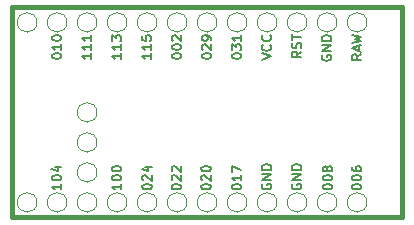
<source format=gbr>
G04 #@! TF.GenerationSoftware,KiCad,Pcbnew,(5.1.4-0)*
G04 #@! TF.CreationDate,2022-08-11T17:04:41-05:00*
G04 #@! TF.ProjectId,keyboard,6b657962-6f61-4726-942e-6b696361645f,rev?*
G04 #@! TF.SameCoordinates,Original*
G04 #@! TF.FileFunction,Legend,Top*
G04 #@! TF.FilePolarity,Positive*
%FSLAX46Y46*%
G04 Gerber Fmt 4.6, Leading zero omitted, Abs format (unit mm)*
G04 Created by KiCad (PCBNEW (5.1.4-0)) date 2022-08-11 17:04:41*
%MOMM*%
%LPD*%
G04 APERTURE LIST*
%ADD10C,0.381000*%
%ADD11C,0.100000*%
%ADD12C,0.150000*%
G04 APERTURE END LIST*
D10*
X161448750Y-19685000D02*
X161448750Y-37465000D01*
X161448750Y-37465000D02*
X128428750Y-37465000D01*
X128428750Y-37465000D02*
X128428750Y-19685000D01*
X128428750Y-19685000D02*
X161448750Y-19685000D01*
D11*
X158465050Y-36195000D02*
G75*
G03X158465050Y-36195000I-826300J0D01*
G01*
X155925050Y-36195000D02*
G75*
G03X155925050Y-36195000I-826300J0D01*
G01*
X153385050Y-36195000D02*
G75*
G03X153385050Y-36195000I-826300J0D01*
G01*
X150845050Y-36195000D02*
G75*
G03X150845050Y-36195000I-826300J0D01*
G01*
X148305050Y-36195000D02*
G75*
G03X148305050Y-36195000I-826300J0D01*
G01*
X145765050Y-36195000D02*
G75*
G03X145765050Y-36195000I-826300J0D01*
G01*
X143225050Y-36195000D02*
G75*
G03X143225050Y-36195000I-826300J0D01*
G01*
X140685050Y-36195000D02*
G75*
G03X140685050Y-36195000I-826300J0D01*
G01*
X138145050Y-36195000D02*
G75*
G03X138145050Y-36195000I-826300J0D01*
G01*
X135605050Y-36195000D02*
G75*
G03X135605050Y-36195000I-826300J0D01*
G01*
X133065050Y-36195000D02*
G75*
G03X133065050Y-36195000I-826300J0D01*
G01*
X130525050Y-20955000D02*
G75*
G03X130525050Y-20955000I-826300J0D01*
G01*
X133065050Y-20955000D02*
G75*
G03X133065050Y-20955000I-826300J0D01*
G01*
X135605050Y-20955000D02*
G75*
G03X135605050Y-20955000I-826300J0D01*
G01*
X138145050Y-20955000D02*
G75*
G03X138145050Y-20955000I-826300J0D01*
G01*
X140685050Y-20955000D02*
G75*
G03X140685050Y-20955000I-826300J0D01*
G01*
X143225050Y-20955000D02*
G75*
G03X143225050Y-20955000I-826300J0D01*
G01*
X145765050Y-20955000D02*
G75*
G03X145765050Y-20955000I-826300J0D01*
G01*
X148305050Y-20955000D02*
G75*
G03X148305050Y-20955000I-826300J0D01*
G01*
X150845050Y-20955000D02*
G75*
G03X150845050Y-20955000I-826300J0D01*
G01*
X153385050Y-20955000D02*
G75*
G03X153385050Y-20955000I-826300J0D01*
G01*
X155925050Y-20955000D02*
G75*
G03X155925050Y-20955000I-826300J0D01*
G01*
X130525050Y-36195000D02*
G75*
G03X130525050Y-36195000I-826300J0D01*
G01*
X158465050Y-20955000D02*
G75*
G03X158465050Y-20955000I-826300J0D01*
G01*
X135605050Y-33655000D02*
G75*
G03X135605050Y-33655000I-826300J0D01*
G01*
X135605050Y-31115000D02*
G75*
G03X135605050Y-31115000I-826300J0D01*
G01*
X135605050Y-28575000D02*
G75*
G03X135605050Y-28575000I-826300J0D01*
G01*
D12*
X154730654Y-34912190D02*
X154730654Y-34835999D01*
X154768750Y-34759809D01*
X154806845Y-34721713D01*
X154883035Y-34683618D01*
X155035416Y-34645523D01*
X155225892Y-34645523D01*
X155378273Y-34683618D01*
X155454464Y-34721713D01*
X155492559Y-34759809D01*
X155530654Y-34835999D01*
X155530654Y-34912190D01*
X155492559Y-34988380D01*
X155454464Y-35026475D01*
X155378273Y-35064570D01*
X155225892Y-35102666D01*
X155035416Y-35102666D01*
X154883035Y-35064570D01*
X154806845Y-35026475D01*
X154768750Y-34988380D01*
X154730654Y-34912190D01*
X154730654Y-34150285D02*
X154730654Y-34074094D01*
X154768750Y-33997904D01*
X154806845Y-33959809D01*
X154883035Y-33921713D01*
X155035416Y-33883618D01*
X155225892Y-33883618D01*
X155378273Y-33921713D01*
X155454464Y-33959809D01*
X155492559Y-33997904D01*
X155530654Y-34074094D01*
X155530654Y-34150285D01*
X155492559Y-34226475D01*
X155454464Y-34264570D01*
X155378273Y-34302666D01*
X155225892Y-34340761D01*
X155035416Y-34340761D01*
X154883035Y-34302666D01*
X154806845Y-34264570D01*
X154768750Y-34226475D01*
X154730654Y-34150285D01*
X155073511Y-33426475D02*
X155035416Y-33502666D01*
X154997321Y-33540761D01*
X154921130Y-33578856D01*
X154883035Y-33578856D01*
X154806845Y-33540761D01*
X154768750Y-33502666D01*
X154730654Y-33426475D01*
X154730654Y-33274094D01*
X154768750Y-33197904D01*
X154806845Y-33159809D01*
X154883035Y-33121713D01*
X154921130Y-33121713D01*
X154997321Y-33159809D01*
X155035416Y-33197904D01*
X155073511Y-33274094D01*
X155073511Y-33426475D01*
X155111607Y-33502666D01*
X155149702Y-33540761D01*
X155225892Y-33578856D01*
X155378273Y-33578856D01*
X155454464Y-33540761D01*
X155492559Y-33502666D01*
X155530654Y-33426475D01*
X155530654Y-33274094D01*
X155492559Y-33197904D01*
X155454464Y-33159809D01*
X155378273Y-33121713D01*
X155225892Y-33121713D01*
X155149702Y-33159809D01*
X155111607Y-33197904D01*
X155073511Y-33274094D01*
X144430654Y-34912190D02*
X144430654Y-34835999D01*
X144468750Y-34759809D01*
X144506845Y-34721713D01*
X144583035Y-34683618D01*
X144735416Y-34645523D01*
X144925892Y-34645523D01*
X145078273Y-34683618D01*
X145154464Y-34721713D01*
X145192559Y-34759809D01*
X145230654Y-34835999D01*
X145230654Y-34912190D01*
X145192559Y-34988380D01*
X145154464Y-35026475D01*
X145078273Y-35064570D01*
X144925892Y-35102666D01*
X144735416Y-35102666D01*
X144583035Y-35064570D01*
X144506845Y-35026475D01*
X144468750Y-34988380D01*
X144430654Y-34912190D01*
X144506845Y-34340761D02*
X144468750Y-34302666D01*
X144430654Y-34226475D01*
X144430654Y-34035999D01*
X144468750Y-33959809D01*
X144506845Y-33921713D01*
X144583035Y-33883618D01*
X144659226Y-33883618D01*
X144773511Y-33921713D01*
X145230654Y-34378856D01*
X145230654Y-33883618D01*
X144430654Y-33388380D02*
X144430654Y-33312190D01*
X144468750Y-33235999D01*
X144506845Y-33197904D01*
X144583035Y-33159809D01*
X144735416Y-33121713D01*
X144925892Y-33121713D01*
X145078273Y-33159809D01*
X145154464Y-33197904D01*
X145192559Y-33235999D01*
X145230654Y-33312190D01*
X145230654Y-33388380D01*
X145192559Y-33464570D01*
X145154464Y-33502666D01*
X145078273Y-33540761D01*
X144925892Y-33578856D01*
X144735416Y-33578856D01*
X144583035Y-33540761D01*
X144506845Y-33502666D01*
X144468750Y-33464570D01*
X144430654Y-33388380D01*
X147040654Y-34912190D02*
X147040654Y-34835999D01*
X147078750Y-34759809D01*
X147116845Y-34721713D01*
X147193035Y-34683618D01*
X147345416Y-34645523D01*
X147535892Y-34645523D01*
X147688273Y-34683618D01*
X147764464Y-34721713D01*
X147802559Y-34759809D01*
X147840654Y-34835999D01*
X147840654Y-34912190D01*
X147802559Y-34988380D01*
X147764464Y-35026475D01*
X147688273Y-35064570D01*
X147535892Y-35102666D01*
X147345416Y-35102666D01*
X147193035Y-35064570D01*
X147116845Y-35026475D01*
X147078750Y-34988380D01*
X147040654Y-34912190D01*
X147840654Y-33883618D02*
X147840654Y-34340761D01*
X147840654Y-34112190D02*
X147040654Y-34112190D01*
X147154940Y-34188380D01*
X147231130Y-34264570D01*
X147269226Y-34340761D01*
X147040654Y-33616951D02*
X147040654Y-33083618D01*
X147840654Y-33426475D01*
X149618750Y-34645523D02*
X149580654Y-34721714D01*
X149580654Y-34836000D01*
X149618750Y-34950285D01*
X149694940Y-35026476D01*
X149771130Y-35064571D01*
X149923511Y-35102666D01*
X150037797Y-35102666D01*
X150190178Y-35064571D01*
X150266369Y-35026476D01*
X150342559Y-34950285D01*
X150380654Y-34836000D01*
X150380654Y-34759809D01*
X150342559Y-34645523D01*
X150304464Y-34607428D01*
X150037797Y-34607428D01*
X150037797Y-34759809D01*
X150380654Y-34264571D02*
X149580654Y-34264571D01*
X150380654Y-33807428D01*
X149580654Y-33807428D01*
X150380654Y-33426476D02*
X149580654Y-33426476D01*
X149580654Y-33236000D01*
X149618750Y-33121714D01*
X149694940Y-33045523D01*
X149771130Y-33007428D01*
X149923511Y-32969333D01*
X150037797Y-32969333D01*
X150190178Y-33007428D01*
X150266369Y-33045523D01*
X150342559Y-33121714D01*
X150380654Y-33236000D01*
X150380654Y-33426476D01*
X152158750Y-34645523D02*
X152120654Y-34721714D01*
X152120654Y-34836000D01*
X152158750Y-34950285D01*
X152234940Y-35026476D01*
X152311130Y-35064571D01*
X152463511Y-35102666D01*
X152577797Y-35102666D01*
X152730178Y-35064571D01*
X152806369Y-35026476D01*
X152882559Y-34950285D01*
X152920654Y-34836000D01*
X152920654Y-34759809D01*
X152882559Y-34645523D01*
X152844464Y-34607428D01*
X152577797Y-34607428D01*
X152577797Y-34759809D01*
X152920654Y-34264571D02*
X152120654Y-34264571D01*
X152920654Y-33807428D01*
X152120654Y-33807428D01*
X152920654Y-33426476D02*
X152120654Y-33426476D01*
X152120654Y-33236000D01*
X152158750Y-33121714D01*
X152234940Y-33045523D01*
X152311130Y-33007428D01*
X152463511Y-32969333D01*
X152577797Y-32969333D01*
X152730178Y-33007428D01*
X152806369Y-33045523D01*
X152882559Y-33121714D01*
X152920654Y-33236000D01*
X152920654Y-33426476D01*
X141930654Y-34912190D02*
X141930654Y-34835999D01*
X141968750Y-34759809D01*
X142006845Y-34721713D01*
X142083035Y-34683618D01*
X142235416Y-34645523D01*
X142425892Y-34645523D01*
X142578273Y-34683618D01*
X142654464Y-34721713D01*
X142692559Y-34759809D01*
X142730654Y-34835999D01*
X142730654Y-34912190D01*
X142692559Y-34988380D01*
X142654464Y-35026475D01*
X142578273Y-35064570D01*
X142425892Y-35102666D01*
X142235416Y-35102666D01*
X142083035Y-35064570D01*
X142006845Y-35026475D01*
X141968750Y-34988380D01*
X141930654Y-34912190D01*
X142006845Y-34340761D02*
X141968750Y-34302666D01*
X141930654Y-34226475D01*
X141930654Y-34035999D01*
X141968750Y-33959809D01*
X142006845Y-33921713D01*
X142083035Y-33883618D01*
X142159226Y-33883618D01*
X142273511Y-33921713D01*
X142730654Y-34378856D01*
X142730654Y-33883618D01*
X142006845Y-33578856D02*
X141968750Y-33540761D01*
X141930654Y-33464570D01*
X141930654Y-33274094D01*
X141968750Y-33197904D01*
X142006845Y-33159809D01*
X142083035Y-33121713D01*
X142159226Y-33121713D01*
X142273511Y-33159809D01*
X142730654Y-33616951D01*
X142730654Y-33121713D01*
X139430654Y-34912190D02*
X139430654Y-34835999D01*
X139468750Y-34759809D01*
X139506845Y-34721713D01*
X139583035Y-34683618D01*
X139735416Y-34645523D01*
X139925892Y-34645523D01*
X140078273Y-34683618D01*
X140154464Y-34721713D01*
X140192559Y-34759809D01*
X140230654Y-34835999D01*
X140230654Y-34912190D01*
X140192559Y-34988380D01*
X140154464Y-35026475D01*
X140078273Y-35064570D01*
X139925892Y-35102666D01*
X139735416Y-35102666D01*
X139583035Y-35064570D01*
X139506845Y-35026475D01*
X139468750Y-34988380D01*
X139430654Y-34912190D01*
X139506845Y-34340761D02*
X139468750Y-34302666D01*
X139430654Y-34226475D01*
X139430654Y-34035999D01*
X139468750Y-33959809D01*
X139506845Y-33921713D01*
X139583035Y-33883618D01*
X139659226Y-33883618D01*
X139773511Y-33921713D01*
X140230654Y-34378856D01*
X140230654Y-33883618D01*
X139697321Y-33197904D02*
X140230654Y-33197904D01*
X139392559Y-33388380D02*
X139963988Y-33578856D01*
X139963988Y-33083618D01*
X137680654Y-34645523D02*
X137680654Y-35102666D01*
X137680654Y-34874094D02*
X136880654Y-34874094D01*
X136994940Y-34950285D01*
X137071130Y-35026475D01*
X137109226Y-35102666D01*
X136880654Y-34150285D02*
X136880654Y-34074094D01*
X136918750Y-33997904D01*
X136956845Y-33959809D01*
X137033035Y-33921713D01*
X137185416Y-33883618D01*
X137375892Y-33883618D01*
X137528273Y-33921713D01*
X137604464Y-33959809D01*
X137642559Y-33997904D01*
X137680654Y-34074094D01*
X137680654Y-34150285D01*
X137642559Y-34226475D01*
X137604464Y-34264570D01*
X137528273Y-34302666D01*
X137375892Y-34340761D01*
X137185416Y-34340761D01*
X137033035Y-34302666D01*
X136956845Y-34264570D01*
X136918750Y-34226475D01*
X136880654Y-34150285D01*
X136880654Y-33388380D02*
X136880654Y-33312190D01*
X136918750Y-33235999D01*
X136956845Y-33197904D01*
X137033035Y-33159809D01*
X137185416Y-33121713D01*
X137375892Y-33121713D01*
X137528273Y-33159809D01*
X137604464Y-33197904D01*
X137642559Y-33235999D01*
X137680654Y-33312190D01*
X137680654Y-33388380D01*
X137642559Y-33464570D01*
X137604464Y-33502666D01*
X137528273Y-33540761D01*
X137375892Y-33578856D01*
X137185416Y-33578856D01*
X137033035Y-33540761D01*
X136956845Y-33502666D01*
X136918750Y-33464570D01*
X136880654Y-33388380D01*
X132600654Y-34645523D02*
X132600654Y-35102666D01*
X132600654Y-34874094D02*
X131800654Y-34874094D01*
X131914940Y-34950285D01*
X131991130Y-35026475D01*
X132029226Y-35102666D01*
X131800654Y-34150285D02*
X131800654Y-34074094D01*
X131838750Y-33997904D01*
X131876845Y-33959809D01*
X131953035Y-33921713D01*
X132105416Y-33883618D01*
X132295892Y-33883618D01*
X132448273Y-33921713D01*
X132524464Y-33959809D01*
X132562559Y-33997904D01*
X132600654Y-34074094D01*
X132600654Y-34150285D01*
X132562559Y-34226475D01*
X132524464Y-34264570D01*
X132448273Y-34302666D01*
X132295892Y-34340761D01*
X132105416Y-34340761D01*
X131953035Y-34302666D01*
X131876845Y-34264570D01*
X131838750Y-34226475D01*
X131800654Y-34150285D01*
X132067321Y-33197904D02*
X132600654Y-33197904D01*
X131762559Y-33388380D02*
X132333988Y-33578856D01*
X132333988Y-33083618D01*
X135140654Y-23571142D02*
X135140654Y-24028285D01*
X135140654Y-23799713D02*
X134340654Y-23799713D01*
X134454940Y-23875904D01*
X134531130Y-23952094D01*
X134569226Y-24028285D01*
X135140654Y-22809237D02*
X135140654Y-23266380D01*
X135140654Y-23037809D02*
X134340654Y-23037809D01*
X134454940Y-23113999D01*
X134531130Y-23190189D01*
X134569226Y-23266380D01*
X135140654Y-22047332D02*
X135140654Y-22504475D01*
X135140654Y-22275904D02*
X134340654Y-22275904D01*
X134454940Y-22352094D01*
X134531130Y-22428285D01*
X134569226Y-22504475D01*
X137680654Y-23571142D02*
X137680654Y-24028285D01*
X137680654Y-23799713D02*
X136880654Y-23799713D01*
X136994940Y-23875904D01*
X137071130Y-23952094D01*
X137109226Y-24028285D01*
X137680654Y-22809237D02*
X137680654Y-23266380D01*
X137680654Y-23037809D02*
X136880654Y-23037809D01*
X136994940Y-23113999D01*
X137071130Y-23190189D01*
X137109226Y-23266380D01*
X136880654Y-22542570D02*
X136880654Y-22047332D01*
X137185416Y-22313999D01*
X137185416Y-22199713D01*
X137223511Y-22123523D01*
X137261607Y-22085428D01*
X137337797Y-22047332D01*
X137528273Y-22047332D01*
X137604464Y-22085428D01*
X137642559Y-22123523D01*
X137680654Y-22199713D01*
X137680654Y-22428285D01*
X137642559Y-22504475D01*
X137604464Y-22542570D01*
X147040654Y-23837809D02*
X147040654Y-23761618D01*
X147078750Y-23685428D01*
X147116845Y-23647332D01*
X147193035Y-23609237D01*
X147345416Y-23571142D01*
X147535892Y-23571142D01*
X147688273Y-23609237D01*
X147764464Y-23647332D01*
X147802559Y-23685428D01*
X147840654Y-23761618D01*
X147840654Y-23837809D01*
X147802559Y-23913999D01*
X147764464Y-23952094D01*
X147688273Y-23990189D01*
X147535892Y-24028285D01*
X147345416Y-24028285D01*
X147193035Y-23990189D01*
X147116845Y-23952094D01*
X147078750Y-23913999D01*
X147040654Y-23837809D01*
X147040654Y-23304475D02*
X147040654Y-22809237D01*
X147345416Y-23075904D01*
X147345416Y-22961618D01*
X147383511Y-22885428D01*
X147421607Y-22847332D01*
X147497797Y-22809237D01*
X147688273Y-22809237D01*
X147764464Y-22847332D01*
X147802559Y-22885428D01*
X147840654Y-22961618D01*
X147840654Y-23190189D01*
X147802559Y-23266380D01*
X147764464Y-23304475D01*
X147840654Y-22047332D02*
X147840654Y-22504475D01*
X147840654Y-22275904D02*
X147040654Y-22275904D01*
X147154940Y-22352094D01*
X147231130Y-22428285D01*
X147269226Y-22504475D01*
X149580654Y-24104475D02*
X150380654Y-23837809D01*
X149580654Y-23571142D01*
X150304464Y-22847332D02*
X150342559Y-22885428D01*
X150380654Y-22999713D01*
X150380654Y-23075904D01*
X150342559Y-23190189D01*
X150266369Y-23266380D01*
X150190178Y-23304475D01*
X150037797Y-23342570D01*
X149923511Y-23342570D01*
X149771130Y-23304475D01*
X149694940Y-23266380D01*
X149618750Y-23190189D01*
X149580654Y-23075904D01*
X149580654Y-22999713D01*
X149618750Y-22885428D01*
X149656845Y-22847332D01*
X150304464Y-22047332D02*
X150342559Y-22085428D01*
X150380654Y-22199713D01*
X150380654Y-22275904D01*
X150342559Y-22390189D01*
X150266369Y-22466380D01*
X150190178Y-22504475D01*
X150037797Y-22542570D01*
X149923511Y-22542570D01*
X149771130Y-22504475D01*
X149694940Y-22466380D01*
X149618750Y-22390189D01*
X149580654Y-22275904D01*
X149580654Y-22199713D01*
X149618750Y-22085428D01*
X149656845Y-22047332D01*
X154698750Y-23729856D02*
X154660654Y-23806047D01*
X154660654Y-23920333D01*
X154698750Y-24034618D01*
X154774940Y-24110809D01*
X154851130Y-24148904D01*
X155003511Y-24186999D01*
X155117797Y-24186999D01*
X155270178Y-24148904D01*
X155346369Y-24110809D01*
X155422559Y-24034618D01*
X155460654Y-23920333D01*
X155460654Y-23844142D01*
X155422559Y-23729856D01*
X155384464Y-23691761D01*
X155117797Y-23691761D01*
X155117797Y-23844142D01*
X155460654Y-23348904D02*
X154660654Y-23348904D01*
X155460654Y-22891761D01*
X154660654Y-22891761D01*
X155460654Y-22510809D02*
X154660654Y-22510809D01*
X154660654Y-22320333D01*
X154698750Y-22206047D01*
X154774940Y-22129856D01*
X154851130Y-22091761D01*
X155003511Y-22053666D01*
X155117797Y-22053666D01*
X155270178Y-22091761D01*
X155346369Y-22129856D01*
X155422559Y-22206047D01*
X155460654Y-22320333D01*
X155460654Y-22510809D01*
X158000654Y-23653665D02*
X157619702Y-23920332D01*
X158000654Y-24110808D02*
X157200654Y-24110808D01*
X157200654Y-23806046D01*
X157238750Y-23729856D01*
X157276845Y-23691761D01*
X157353035Y-23653665D01*
X157467321Y-23653665D01*
X157543511Y-23691761D01*
X157581607Y-23729856D01*
X157619702Y-23806046D01*
X157619702Y-24110808D01*
X157772083Y-23348904D02*
X157772083Y-22967951D01*
X158000654Y-23425094D02*
X157200654Y-23158427D01*
X158000654Y-22891761D01*
X157200654Y-22701285D02*
X158000654Y-22510808D01*
X157429226Y-22358427D01*
X158000654Y-22206046D01*
X157200654Y-22015570D01*
X144500654Y-23837809D02*
X144500654Y-23761618D01*
X144538750Y-23685428D01*
X144576845Y-23647332D01*
X144653035Y-23609237D01*
X144805416Y-23571142D01*
X144995892Y-23571142D01*
X145148273Y-23609237D01*
X145224464Y-23647332D01*
X145262559Y-23685428D01*
X145300654Y-23761618D01*
X145300654Y-23837809D01*
X145262559Y-23913999D01*
X145224464Y-23952094D01*
X145148273Y-23990189D01*
X144995892Y-24028285D01*
X144805416Y-24028285D01*
X144653035Y-23990189D01*
X144576845Y-23952094D01*
X144538750Y-23913999D01*
X144500654Y-23837809D01*
X144576845Y-23266380D02*
X144538750Y-23228285D01*
X144500654Y-23152094D01*
X144500654Y-22961618D01*
X144538750Y-22885428D01*
X144576845Y-22847332D01*
X144653035Y-22809237D01*
X144729226Y-22809237D01*
X144843511Y-22847332D01*
X145300654Y-23304475D01*
X145300654Y-22809237D01*
X145300654Y-22428285D02*
X145300654Y-22275904D01*
X145262559Y-22199713D01*
X145224464Y-22161618D01*
X145110178Y-22085428D01*
X144957797Y-22047332D01*
X144653035Y-22047332D01*
X144576845Y-22085428D01*
X144538750Y-22123523D01*
X144500654Y-22199713D01*
X144500654Y-22352094D01*
X144538750Y-22428285D01*
X144576845Y-22466380D01*
X144653035Y-22504475D01*
X144843511Y-22504475D01*
X144919702Y-22466380D01*
X144957797Y-22428285D01*
X144995892Y-22352094D01*
X144995892Y-22199713D01*
X144957797Y-22123523D01*
X144919702Y-22085428D01*
X144843511Y-22047332D01*
X141960654Y-23837809D02*
X141960654Y-23761618D01*
X141998750Y-23685428D01*
X142036845Y-23647332D01*
X142113035Y-23609237D01*
X142265416Y-23571142D01*
X142455892Y-23571142D01*
X142608273Y-23609237D01*
X142684464Y-23647332D01*
X142722559Y-23685428D01*
X142760654Y-23761618D01*
X142760654Y-23837809D01*
X142722559Y-23913999D01*
X142684464Y-23952094D01*
X142608273Y-23990189D01*
X142455892Y-24028285D01*
X142265416Y-24028285D01*
X142113035Y-23990189D01*
X142036845Y-23952094D01*
X141998750Y-23913999D01*
X141960654Y-23837809D01*
X141960654Y-23075904D02*
X141960654Y-22999713D01*
X141998750Y-22923523D01*
X142036845Y-22885428D01*
X142113035Y-22847332D01*
X142265416Y-22809237D01*
X142455892Y-22809237D01*
X142608273Y-22847332D01*
X142684464Y-22885428D01*
X142722559Y-22923523D01*
X142760654Y-22999713D01*
X142760654Y-23075904D01*
X142722559Y-23152094D01*
X142684464Y-23190189D01*
X142608273Y-23228285D01*
X142455892Y-23266380D01*
X142265416Y-23266380D01*
X142113035Y-23228285D01*
X142036845Y-23190189D01*
X141998750Y-23152094D01*
X141960654Y-23075904D01*
X142036845Y-22504475D02*
X141998750Y-22466380D01*
X141960654Y-22390189D01*
X141960654Y-22199713D01*
X141998750Y-22123523D01*
X142036845Y-22085428D01*
X142113035Y-22047332D01*
X142189226Y-22047332D01*
X142303511Y-22085428D01*
X142760654Y-22542570D01*
X142760654Y-22047332D01*
X140220654Y-23571142D02*
X140220654Y-24028285D01*
X140220654Y-23799713D02*
X139420654Y-23799713D01*
X139534940Y-23875904D01*
X139611130Y-23952094D01*
X139649226Y-24028285D01*
X140220654Y-22809237D02*
X140220654Y-23266380D01*
X140220654Y-23037809D02*
X139420654Y-23037809D01*
X139534940Y-23113999D01*
X139611130Y-23190189D01*
X139649226Y-23266380D01*
X139420654Y-22085428D02*
X139420654Y-22466380D01*
X139801607Y-22504475D01*
X139763511Y-22466380D01*
X139725416Y-22390189D01*
X139725416Y-22199713D01*
X139763511Y-22123523D01*
X139801607Y-22085428D01*
X139877797Y-22047332D01*
X140068273Y-22047332D01*
X140144464Y-22085428D01*
X140182559Y-22123523D01*
X140220654Y-22199713D01*
X140220654Y-22390189D01*
X140182559Y-22466380D01*
X140144464Y-22504475D01*
X131800654Y-23837809D02*
X131800654Y-23761618D01*
X131838750Y-23685428D01*
X131876845Y-23647332D01*
X131953035Y-23609237D01*
X132105416Y-23571142D01*
X132295892Y-23571142D01*
X132448273Y-23609237D01*
X132524464Y-23647332D01*
X132562559Y-23685428D01*
X132600654Y-23761618D01*
X132600654Y-23837809D01*
X132562559Y-23913999D01*
X132524464Y-23952094D01*
X132448273Y-23990189D01*
X132295892Y-24028285D01*
X132105416Y-24028285D01*
X131953035Y-23990189D01*
X131876845Y-23952094D01*
X131838750Y-23913999D01*
X131800654Y-23837809D01*
X132600654Y-22809237D02*
X132600654Y-23266380D01*
X132600654Y-23037809D02*
X131800654Y-23037809D01*
X131914940Y-23113999D01*
X131991130Y-23190189D01*
X132029226Y-23266380D01*
X131800654Y-22313999D02*
X131800654Y-22237809D01*
X131838750Y-22161618D01*
X131876845Y-22123523D01*
X131953035Y-22085428D01*
X132105416Y-22047332D01*
X132295892Y-22047332D01*
X132448273Y-22085428D01*
X132524464Y-22123523D01*
X132562559Y-22161618D01*
X132600654Y-22237809D01*
X132600654Y-22313999D01*
X132562559Y-22390189D01*
X132524464Y-22428285D01*
X132448273Y-22466380D01*
X132295892Y-22504475D01*
X132105416Y-22504475D01*
X131953035Y-22466380D01*
X131876845Y-22428285D01*
X131838750Y-22390189D01*
X131800654Y-22313999D01*
X157200654Y-34912190D02*
X157200654Y-34835999D01*
X157238750Y-34759809D01*
X157276845Y-34721713D01*
X157353035Y-34683618D01*
X157505416Y-34645523D01*
X157695892Y-34645523D01*
X157848273Y-34683618D01*
X157924464Y-34721713D01*
X157962559Y-34759809D01*
X158000654Y-34835999D01*
X158000654Y-34912190D01*
X157962559Y-34988380D01*
X157924464Y-35026475D01*
X157848273Y-35064570D01*
X157695892Y-35102666D01*
X157505416Y-35102666D01*
X157353035Y-35064570D01*
X157276845Y-35026475D01*
X157238750Y-34988380D01*
X157200654Y-34912190D01*
X157200654Y-34150285D02*
X157200654Y-34074094D01*
X157238750Y-33997904D01*
X157276845Y-33959809D01*
X157353035Y-33921713D01*
X157505416Y-33883618D01*
X157695892Y-33883618D01*
X157848273Y-33921713D01*
X157924464Y-33959809D01*
X157962559Y-33997904D01*
X158000654Y-34074094D01*
X158000654Y-34150285D01*
X157962559Y-34226475D01*
X157924464Y-34264570D01*
X157848273Y-34302666D01*
X157695892Y-34340761D01*
X157505416Y-34340761D01*
X157353035Y-34302666D01*
X157276845Y-34264570D01*
X157238750Y-34226475D01*
X157200654Y-34150285D01*
X157200654Y-33197904D02*
X157200654Y-33350285D01*
X157238750Y-33426475D01*
X157276845Y-33464570D01*
X157391130Y-33540761D01*
X157543511Y-33578856D01*
X157848273Y-33578856D01*
X157924464Y-33540761D01*
X157962559Y-33502666D01*
X158000654Y-33426475D01*
X158000654Y-33274094D01*
X157962559Y-33197904D01*
X157924464Y-33159809D01*
X157848273Y-33121713D01*
X157657797Y-33121713D01*
X157581607Y-33159809D01*
X157543511Y-33197904D01*
X157505416Y-33274094D01*
X157505416Y-33426475D01*
X157543511Y-33502666D01*
X157581607Y-33540761D01*
X157657797Y-33578856D01*
X152920654Y-23425095D02*
X152539702Y-23691761D01*
X152920654Y-23882238D02*
X152120654Y-23882238D01*
X152120654Y-23577476D01*
X152158750Y-23501285D01*
X152196845Y-23463190D01*
X152273035Y-23425095D01*
X152387321Y-23425095D01*
X152463511Y-23463190D01*
X152501607Y-23501285D01*
X152539702Y-23577476D01*
X152539702Y-23882238D01*
X152882559Y-23120333D02*
X152920654Y-23006047D01*
X152920654Y-22815571D01*
X152882559Y-22739380D01*
X152844464Y-22701285D01*
X152768273Y-22663190D01*
X152692083Y-22663190D01*
X152615892Y-22701285D01*
X152577797Y-22739380D01*
X152539702Y-22815571D01*
X152501607Y-22967952D01*
X152463511Y-23044142D01*
X152425416Y-23082238D01*
X152349226Y-23120333D01*
X152273035Y-23120333D01*
X152196845Y-23082238D01*
X152158750Y-23044142D01*
X152120654Y-22967952D01*
X152120654Y-22777476D01*
X152158750Y-22663190D01*
X152120654Y-22434619D02*
X152120654Y-21977476D01*
X152920654Y-22206047D02*
X152120654Y-22206047D01*
M02*

</source>
